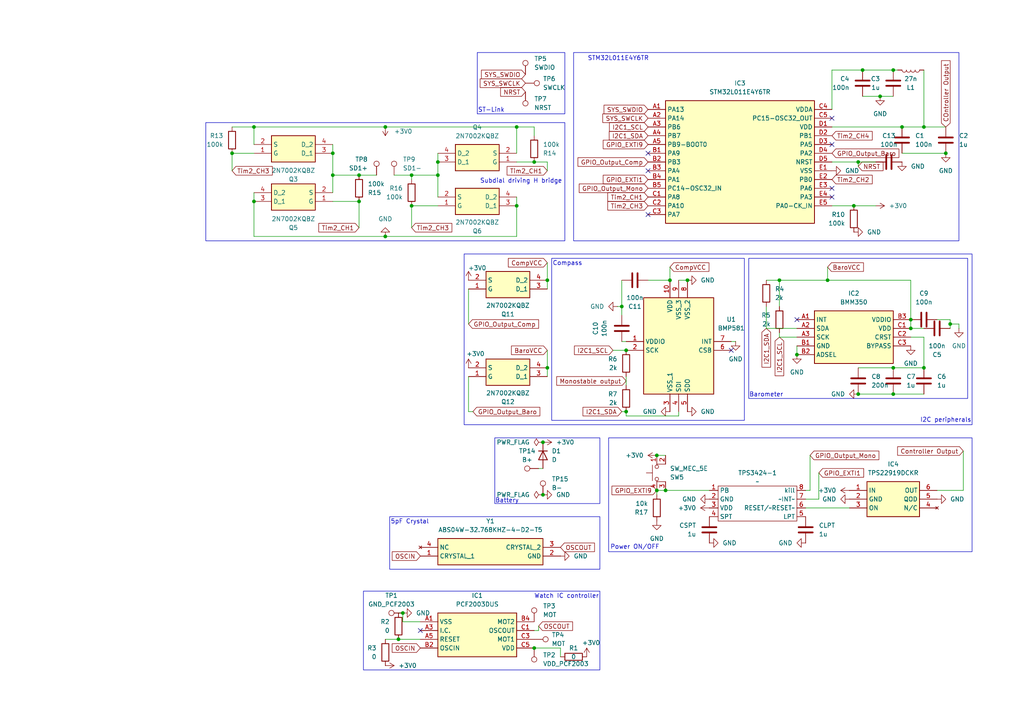
<source format=kicad_sch>
(kicad_sch (version 20250114) (generator "eeschema") (generator_version "9.0")
  (paper "A4")
  (rectangle (start 143.51 127) (end 173.99 146.05))
  (rectangle (start 176.53 127) (end 281.94 160.02))
  (rectangle (start 105.41 171.45) (end 173.99 194.31))
  (rectangle (start 160.02 74.93) (end 215.9 121.92))
  (rectangle (start 166.37 15.24) (end 278.13 69.85))
  (rectangle (start 134.62 73.66) (end 281.94 123.19))
  (rectangle (start 138.43 15.24) (end 163.83 33.02))
  (rectangle (start 59.69 35.56) (end 163.83 69.85))
  (rectangle (start 113.03 149.86) (end 173.99 165.1))
  (rectangle (start 217.17 74.93) (end 280.67 115.57))
  (text "5pF Crystal" (at 118.872 151.384 0) (effects (font (size 1.27 1.27))))
  (text "ST-Link" (at 142.494 32.004 0) (effects (font (size 1.27 1.27))))
  (text "Power ON/OFF" (at 184.15 158.75 0) (effects (font (size 1.27 1.27))))
  (text "Subdial driving H bridge" (at 151.13 52.578 0) (effects (font (size 1.27 1.27))))
  (text "Compass" (at 164.592 76.454 0) (effects (font (size 1.27 1.27))))
  (text "Watch IC controller" (at 164.338 172.974 0) (effects (font (size 1.27 1.27))))
  (text "I2C peripherals" (at 274.32 121.92 0) (effects (font (size 1.27 1.27))))
  (text "Barometer" (at 222.25 114.554 0) (effects (font (size 1.27 1.27))))
  (text "Battery" (at 147.066 145.288 0) (effects (font (size 1.27 1.27))))
  (text "STM32L011E4Y6TR" (at 179.324 17.018 0) (effects (font (size 1.27 1.27))))
  (junction (at 180.34 88.9))
  (junction (at 275.59 93.98))
  (junction (at 259.08 114.3))
  (junction (at 181.61 119.38))
  (junction (at 274.32 44.45))
  (junction (at 67.31 44.45))
  (junction (at 111.76 68.58))
  (junction (at 181.61 101.6))
  (junction (at 119.38 59.69))
  (junction (at 96.52 50.8))
  (junction (at 127 46.99))
  (junction (at 158.75 106.68))
  (junction (at 149.86 36.83))
  (junction (at 259.08 106.68))
  (junction (at 157.48 128.27))
  (junction (at 247.65 59.69))
  (junction (at 190.5 132.08))
  (junction (at 96.52 44.45))
  (junction (at 255.27 27.94))
  (junction (at 154.94 187.96))
  (junction (at 267.97 36.83))
  (junction (at 250.19 20.32))
  (junction (at 259.08 20.32))
  (junction (at 190.5 142.24))
  (junction (at 193.04 142.24))
  (junction (at 104.14 50.8))
  (junction (at 240.03 81.28))
  (junction (at 248.92 114.3))
  (junction (at 248.92 46.99))
  (junction (at 267.97 106.68))
  (junction (at 119.38 50.8))
  (junction (at 104.14 58.42))
  (junction (at 116.84 177.8))
  (junction (at 154.94 46.99))
  (junction (at 264.16 92.71))
  (junction (at 111.76 36.83))
  (junction (at 115.57 185.42))
  (junction (at 199.39 81.28))
  (junction (at 264.16 95.25))
  (junction (at 158.75 81.28))
  (junction (at 261.62 36.83))
  (junction (at 73.66 36.83))
  (junction (at 157.48 143.51))
  (junction (at 127 50.8))
  (junction (at 194.31 81.28))
  (junction (at 231.14 102.87))
  (junction (at 226.06 81.28))
  (junction (at 73.66 58.42))
  (junction (at 149.86 59.69))
  (no_connect (at 241.3 34.29))
  (no_connect (at 241.3 57.15))
  (no_connect (at 187.96 49.53))
  (no_connect (at 241.3 54.61))
  (no_connect (at 187.96 44.45))
  (no_connect (at 241.3 41.91))
  (no_connect (at 187.96 62.23))
  (no_connect (at 231.14 92.71))
  (no_connect (at 121.92 182.88))
  (no_connect (at 212.09 101.6))
  (wire (pts (xy 259.08 20.32) (xy 260.35 20.32)))
  (wire (pts (xy 222.25 88.9) (xy 222.25 95.25)))
  (wire (pts (xy 67.31 36.83) (xy 73.66 36.83)))
  (wire (pts (xy 264.16 81.28) (xy 264.16 92.71)))
  (wire (pts (xy 194.31 77.47) (xy 194.31 81.28)))
  (wire (pts (xy 196.85 81.28) (xy 199.39 81.28)))
  (wire (pts (xy 96.52 50.8) (xy 104.14 50.8)))
  (wire (pts (xy 149.86 36.83) (xy 149.86 44.45)))
  (wire (pts (xy 237.49 144.78) (xy 233.68 144.78)))
  (wire (pts (xy 222.25 81.28) (xy 226.06 81.28)))
  (wire (pts (xy 158.75 101.6) (xy 158.75 106.68)))
  (wire (pts (xy 259.08 114.3) (xy 267.97 114.3)))
  (wire (pts (xy 180.34 81.28) (xy 180.34 88.9)))
  (wire (pts (xy 127 50.8) (xy 127 57.15)))
  (wire (pts (xy 119.38 59.69) (xy 127 59.69)))
  (wire (pts (xy 96.52 41.91) (xy 96.52 44.45)))
  (wire (pts (xy 267.97 97.79) (xy 267.97 106.68)))
  (wire (pts (xy 154.94 46.99) (xy 158.75 46.99)))
  (wire (pts (xy 180.34 88.9) (xy 180.34 91.44)))
  (wire (pts (xy 196.85 119.38) (xy 196.85 120.65)))
  (wire (pts (xy 73.66 68.58) (xy 111.76 68.58)))
  (wire (pts (xy 255.27 27.94) (xy 250.19 27.94)))
  (wire (pts (xy 154.94 39.37) (xy 154.94 36.83)))
  (wire (pts (xy 267.97 36.83) (xy 274.32 36.83)))
  (wire (pts (xy 237.49 137.16) (xy 237.49 144.78)))
  (wire (pts (xy 226.06 97.79) (xy 231.14 97.79)))
  (wire (pts (xy 116.84 177.8) (xy 115.57 177.8)))
  (wire (pts (xy 193.04 142.24) (xy 205.74 142.24)))
  (wire (pts (xy 116.84 177.8) (xy 116.84 180.34)))
  (wire (pts (xy 73.66 36.83) (xy 111.76 36.83)))
  (wire (pts (xy 275.59 92.71) (xy 275.59 93.98)))
  (wire (pts (xy 149.86 46.99) (xy 154.94 46.99)))
  (wire (pts (xy 177.8 101.6) (xy 181.61 101.6)))
  (wire (pts (xy 181.61 120.65) (xy 181.61 119.38)))
  (wire (pts (xy 226.06 81.28) (xy 240.03 81.28)))
  (wire (pts (xy 181.61 109.22) (xy 181.61 111.76)))
  (wire (pts (xy 261.62 44.45) (xy 274.32 44.45)))
  (wire (pts (xy 231.14 100.33) (xy 231.14 102.87)))
  (wire (pts (xy 187.96 81.28) (xy 194.31 81.28)))
  (wire (pts (xy 254 46.99) (xy 248.92 46.99)))
  (wire (pts (xy 240.03 77.47) (xy 240.03 81.28)))
  (wire (pts (xy 190.5 143.51) (xy 190.5 142.24)))
  (wire (pts (xy 156.21 135.89) (xy 157.48 135.89)))
  (wire (pts (xy 162.56 190.5) (xy 162.56 187.96)))
  (wire (pts (xy 213.36 99.06) (xy 212.09 99.06)))
  (wire (pts (xy 109.22 50.8) (xy 104.14 50.8)))
  (wire (pts (xy 259.08 20.32) (xy 250.19 20.32)))
  (wire (pts (xy 259.08 106.68) (xy 267.97 106.68)))
  (wire (pts (xy 234.95 142.24) (xy 233.68 142.24)))
  (wire (pts (xy 247.65 59.69) (xy 254 59.69)))
  (wire (pts (xy 135.89 119.38) (xy 135.89 109.22)))
  (wire (pts (xy 116.84 180.34) (xy 121.92 180.34)))
  (wire (pts (xy 162.56 187.96) (xy 154.94 187.96)))
  (wire (pts (xy 96.52 58.42) (xy 104.14 58.42)))
  (wire (pts (xy 248.92 106.68) (xy 259.08 106.68)))
  (wire (pts (xy 104.14 58.42) (xy 104.14 66.04)))
  (wire (pts (xy 114.3 50.8) (xy 119.38 50.8)))
  (wire (pts (xy 156.21 182.88) (xy 154.94 182.88)))
  (wire (pts (xy 222.25 95.25) (xy 231.14 95.25)))
  (wire (pts (xy 135.89 83.82) (xy 135.89 93.98)))
  (wire (pts (xy 127 46.99) (xy 127 50.8)))
  (wire (pts (xy 240.03 81.28) (xy 264.16 81.28)))
  (wire (pts (xy 158.75 106.68) (xy 158.75 109.22)))
  (wire (pts (xy 180.34 119.38) (xy 181.61 119.38)))
  (wire (pts (xy 248.92 114.3) (xy 259.08 114.3)))
  (wire (pts (xy 278.13 93.98) (xy 275.59 93.98)))
  (wire (pts (xy 255.27 27.94) (xy 259.08 27.94)))
  (wire (pts (xy 154.94 36.83) (xy 149.86 36.83)))
  (wire (pts (xy 279.4 130.81) (xy 279.4 142.24)))
  (wire (pts (xy 261.62 36.83) (xy 241.3 36.83)))
  (wire (pts (xy 156.21 181.61) (xy 156.21 182.88)))
  (wire (pts (xy 149.86 59.69) (xy 149.86 68.58)))
  (wire (pts (xy 278.13 95.25) (xy 278.13 93.98)))
  (wire (pts (xy 196.85 120.65) (xy 181.61 120.65)))
  (wire (pts (xy 111.76 185.42) (xy 115.57 185.42)))
  (wire (pts (xy 226.06 88.9) (xy 226.06 81.28)))
  (wire (pts (xy 241.3 20.32) (xy 241.3 31.75)))
  (wire (pts (xy 241.3 20.32) (xy 250.19 20.32)))
  (wire (pts (xy 127 44.45) (xy 127 46.99)))
  (wire (pts (xy 233.68 147.32) (xy 246.38 147.32)))
  (wire (pts (xy 115.57 185.42) (xy 121.92 185.42)))
  (wire (pts (xy 275.59 93.98) (xy 275.59 95.25)))
  (wire (pts (xy 67.31 44.45) (xy 73.66 44.45)))
  (wire (pts (xy 73.66 58.42) (xy 73.66 68.58)))
  (wire (pts (xy 271.78 92.71) (xy 275.59 92.71)))
  (wire (pts (xy 73.66 36.83) (xy 73.66 41.91)))
  (wire (pts (xy 267.97 20.32) (xy 267.97 36.83)))
  (wire (pts (xy 190.5 142.24) (xy 193.04 142.24)))
  (wire (pts (xy 73.66 55.88) (xy 73.66 58.42)))
  (wire (pts (xy 119.38 59.69) (xy 119.38 66.04)))
  (wire (pts (xy 264.16 92.71) (xy 264.16 95.25)))
  (wire (pts (xy 67.31 44.45) (xy 67.31 49.53)))
  (wire (pts (xy 261.62 36.83) (xy 267.97 36.83)))
  (wire (pts (xy 226.06 96.52) (xy 226.06 97.79)))
  (wire (pts (xy 279.4 142.24) (xy 271.78 142.24)))
  (wire (pts (xy 119.38 50.8) (xy 119.38 52.07)))
  (wire (pts (xy 158.75 76.2) (xy 158.75 81.28)))
  (wire (pts (xy 111.76 68.58) (xy 149.86 68.58)))
  (wire (pts (xy 248.92 48.26) (xy 248.92 46.99)))
  (wire (pts (xy 158.75 81.28) (xy 158.75 83.82)))
  (wire (pts (xy 264.16 97.79) (xy 267.97 97.79)))
  (wire (pts (xy 158.75 49.53) (xy 158.75 46.99)))
  (wire (pts (xy 180.34 99.06) (xy 181.61 99.06)))
  (wire (pts (xy 111.76 36.83) (xy 149.86 36.83)))
  (wire (pts (xy 241.3 46.99) (xy 248.92 46.99)))
  (wire (pts (xy 96.52 44.45) (xy 96.52 50.8)))
  (wire (pts (xy 119.38 50.8) (xy 127 50.8)))
  (wire (pts (xy 179.07 88.9) (xy 180.34 88.9)))
  (wire (pts (xy 264.16 95.25) (xy 267.97 95.25)))
  (wire (pts (xy 234.95 132.08) (xy 234.95 142.24)))
  (wire (pts (xy 190.5 132.08) (xy 193.04 132.08)))
  (wire (pts (xy 137.16 119.38) (xy 135.89 119.38)))
  (wire (pts (xy 241.3 59.69) (xy 247.65 59.69)))
  (wire (pts (xy 96.52 50.8) (xy 96.52 55.88)))
  (wire (pts (xy 149.86 57.15) (xy 149.86 59.69)))
  (global_label "BaroVCC" (shape input) (at 158.75 101.6 180) (property "Intersheetrefs" "${INTERSHEET_REFS}" (effects (hide yes))))
  (global_label "GPIO_Output_Mono" (shape input) (at 187.96 54.61 180) (property "Intersheetrefs" "${INTERSHEET_REFS}" (effects (hide yes))))
  (global_label "Tim2_CH3" (shape input) (at 187.96 59.69 180) (property "Intersheetrefs" "${INTERSHEET_REFS}" (effects (hide yes))))
  (global_label "NRST" (shape input) (at 248.92 48.26 0) (property "Intersheetrefs" "${INTERSHEET_REFS}" (effects (hide yes))))
  (global_label "Tim2_CH1" (shape input) (at 187.96 57.15 180) (property "Intersheetrefs" "${INTERSHEET_REFS}" (effects (hide yes))))
  (global_label "Tim2_CH3" (shape input) (at 67.31 49.53 0) (property "Intersheetrefs" "${INTERSHEET_REFS}" (effects (hide yes))))
  (global_label "I2C1_SCL" (shape input) (at 177.8 101.6 180) (property "Intersheetrefs" "${INTERSHEET_REFS}" (effects (hide yes))))
  (global_label "GPIO_EXTI9" (shape input) (at 190.5 142.24 180) (property "Intersheetrefs" "${INTERSHEET_REFS}" (effects (hide yes))))
  (global_label "GPIO_Output_Baro" (shape input) (at 241.3 44.45 0) (property "Intersheetrefs" "${INTERSHEET_REFS}" (effects (hide yes))))
  (global_label "GPIO_Output_Mono" (shape input) (at 234.95 132.08 0) (property "Intersheetrefs" "${INTERSHEET_REFS}" (effects (hide yes))))
  (global_label "CompVCC" (shape input) (at 194.31 77.47 0) (property "Intersheetrefs" "${INTERSHEET_REFS}" (effects (hide yes))))
  (global_label "NRST" (shape input) (at 152.4 26.67 180) (property "Intersheetrefs" "${INTERSHEET_REFS}" (effects (hide yes))))
  (global_label "SYS_SWCLK" (shape input) (at 152.4 24.13 180) (property "Intersheetrefs" "${INTERSHEET_REFS}" (effects (hide yes))))
  (global_label "Monostable output" (shape input) (at 181.61 110.49 180) (property "Intersheetrefs" "${INTERSHEET_REFS}" (effects (hide yes))))
  (global_label "GPIO_EXTI1" (shape input) (at 237.49 137.16 0) (property "Intersheetrefs" "${INTERSHEET_REFS}" (effects (hide yes))))
  (global_label "I2C1_SDA" (shape input) (at 187.96 39.37 180) (property "Intersheetrefs" "${INTERSHEET_REFS}" (effects (hide yes))))
  (global_label "Controller Output" (shape input) (at 279.4 130.81 180) (property "Intersheetrefs" "${INTERSHEET_REFS}" (effects (hide yes))))
  (global_label "I2C1_SDA" (shape input) (at 222.25 95.25 270) (property "Intersheetrefs" "${INTERSHEET_REFS}" (effects (hide yes))))
  (global_label "I2C1_SDA" (shape input) (at 180.34 119.38 180) (property "Intersheetrefs" "${INTERSHEET_REFS}" (effects (hide yes))))
  (global_label "CompVCC" (shape input) (at 158.75 76.2 180) (property "Intersheetrefs" "${INTERSHEET_REFS}" (effects (hide yes))))
  (global_label "GPIO_EXTI1" (shape input) (at 187.96 52.07 180) (property "Intersheetrefs" "${INTERSHEET_REFS}" (effects (hide yes))))
  (global_label "OSCOUT" (shape input) (at 156.21 181.61 0) (property "Intersheetrefs" "${INTERSHEET_REFS}" (effects (hide yes))))
  (global_label "GPIO_Output_Baro" (shape input) (at 137.16 119.38 0) (property "Intersheetrefs" "${INTERSHEET_REFS}" (effects (hide yes))))
  (global_label "COntroller Output" (shape input) (at 274.32 36.83 90) (property "Intersheetrefs" "${INTERSHEET_REFS}" (effects (hide yes))))
  (global_label "BaroVCC" (shape input) (at 240.03 77.47 0) (property "Intersheetrefs" "${INTERSHEET_REFS}" (effects (hide yes))))
  (global_label "OSCIN" (shape input) (at 121.92 187.96 180) (property "Intersheetrefs" "${INTERSHEET_REFS}" (effects (hide yes))))
  (global_label "GPIO_EXTI9" (shape input) (at 187.96 41.91 180) (property "Intersheetrefs" "${INTERSHEET_REFS}" (effects (hide yes))))
  (global_label "SYS_SWCLK" (shape input) (at 187.96 34.29 180) (property "Intersheetrefs" "${INTERSHEET_REFS}" (effects (hide yes))))
  (global_label "Tim2_CH1" (shape input) (at 158.75 49.53 180) (property "Intersheetrefs" "${INTERSHEET_REFS}" (effects (hide yes))))
  (global_label "OSCIN" (shape input) (at 121.92 161.29 180) (property "Intersheetrefs" "${INTERSHEET_REFS}" (effects (hide yes))))
  (global_label "SYS_SWDIO" (shape input) (at 152.4 21.59 180) (property "Intersheetrefs" "${INTERSHEET_REFS}" (effects (hide yes))))
  (global_label "Tim2_CH2" (shape input) (at 241.3 52.07 0) (property "Intersheetrefs" "${INTERSHEET_REFS}" (effects (hide yes))))
  (global_label "GPIO_Output_Comp" (shape input) (at 135.89 93.98 0) (property "Intersheetrefs" "${INTERSHEET_REFS}" (effects (hide yes))))
  (global_label "Tim2_CH4" (shape input) (at 241.3 39.37 0) (property "Intersheetrefs" "${INTERSHEET_REFS}" (effects (hide yes))))
  (global_label "SYS_SWDIO" (shape input) (at 187.96 31.75 180) (property "Intersheetrefs" "${INTERSHEET_REFS}" (effects (hide yes))))
  (global_label "OSCOUT" (shape input) (at 162.56 158.75 0) (property "Intersheetrefs" "${INTERSHEET_REFS}" (effects (hide yes))))
  (global_label "GPIO_Output_Comp" (shape input) (at 187.96 46.99 180) (property "Intersheetrefs" "${INTERSHEET_REFS}" (effects (hide yes))))
  (global_label "I2C1_SCL" (shape input) (at 226.06 97.79 270) (property "Intersheetrefs" "${INTERSHEET_REFS}" (effects (hide yes))))
  (global_label "I2C1_SCL" (shape input) (at 187.96 36.83 180) (property "Intersheetrefs" "${INTERSHEET_REFS}" (effects (hide yes))))
  (global_label "Tim2_CH1" (shape input) (at 104.14 66.04 180) (property "Intersheetrefs" "${INTERSHEET_REFS}" (effects (hide yes))))
  (global_label "Tim2_CH3" (shape input) (at 119.38 66.04 0) (property "Intersheetrefs" "${INTERSHEET_REFS}" (effects (hide yes))))
  (symbol (lib_id "SamacSys_Parts:2N7002KQBZ") (at 149.86 46.99 180) (unit 1)
    (property "Reference" "Q4" (at 138.43 36.9058 0))
    (property "Value" "2N7002KQBZ" (at 138.43 39.4458 0))
    (property "Footprint" "SamacSys_Parts:2N7002KQBZ" (effects (hide yes)))
    (property "Datasheet" "https://assets.nexperia.com/documents/data-sheet/2N7002KQB.pdf" (effects (hide yes)))
    (property "Description" "N-Channel 60 V 720mA (Ta) 420mW (Ta), 4.2W (Tc) Surface Mount, Wettable Flank DFN1110D-3" (effects (hide yes)))
    (property "Height" "0.5" (effects (hide yes)))
    (property "Manufacturer_Name" "Nexperia" (effects (hide yes)))
    (property "Manufacturer_Part_Number" "2N7002KQBZ" (effects (hide yes)))
    (property "Mouser Part Number" "771-2N7002KQBZ" (effects (hide yes)))
    (property "Mouser Price/Stock" "https://www.mouser.co.uk/ProductDetail/Nexperia/2N7002KQBZ?qs=A6eO%252BMLsxmQEVgBEiM5VjQ%3D%3D" (effects (hide yes)))
    (property "Arrow Part Number" "2N7002KQBZ" (effects (hide yes)))
    (property "Arrow Price/Stock" "https://www.arrow.com/en/products/2n7002kqbz/nexperia?utm_currency=USD&region=nac" (effects (hide yes)))
  )
  (symbol (lib_id "power:+3V0") (at 254 59.69 270) (unit 1)
    (property "Reference" "#PWRr01" (effects (hide yes)))
    (property "Value" "+3V0" (at 257.81 59.6899 90) (effects (justify left)))
    (property "Description" "Power symbol creates a global label with name \"+3V0\"" (effects (hide yes)))
  )
  (symbol (lib_id "Device:C") (at 180.34 95.25 0) (mirror y) (unit 1)
    (property "Reference" "C10" (at 172.72 95.25 90))
    (property "Value" "100n" (at 175.26 95.25 90))
    (property "Footprint" "Capacitor_SMD:C_0201_0603Metric" (effects (hide yes)))
    (property "Description" "Unpolarized capacitor" (effects (hide yes)))
  )
  (symbol (lib_id "Connector:TestPoint") (at 154.94 180.34 0) (unit 1)
    (property "Reference" "TP3" (at 157.48 175.7679 0) (effects (justify left)))
    (property "Value" "MOT" (at 157.48 178.3079 0) (effects (justify left)))
    (property "Footprint" "TestPoint:TestPoint_Pad_D1.0mm" (effects (hide yes)))
    (property "Description" "test point" (effects (hide yes)))
  )
  (symbol (lib_id "power:GND") (at 231.14 102.87 0) (unit 1)
    (property "Reference" "#PWR012" (effects (hide yes)))
    (property "Value" "GND" (at 231.14 107.95 0))
    (property "Description" "Power symbol creates a global label with name \"GND\" , ground" (effects (hide yes)))
  )
  (symbol (lib_id "SamacSys_Parts:2N7002KQBZ") (at 73.66 44.45 0) (mirror x) (unit 1)
    (property "Reference" "Q3" (at 85.09 51.9942 0))
    (property "Value" "2N7002KQBZ" (at 85.09 49.4542 0))
    (property "Footprint" "SamacSys_Parts:2N7002KQBZ" (effects (hide yes)))
    (property "Datasheet" "https://assets.nexperia.com/documents/data-sheet/2N7002KQB.pdf" (effects (hide yes)))
    (property "Description" "N-Channel 60 V 720mA (Ta) 420mW (Ta), 4.2W (Tc) Surface Mount, Wettable Flank DFN1110D-3" (effects (hide yes)))
    (property "Height" "0.5" (effects (hide yes)))
    (property "Manufacturer_Name" "Nexperia" (effects (hide yes)))
    (property "Manufacturer_Part_Number" "2N7002KQBZ" (effects (hide yes)))
    (property "Mouser Part Number" "771-2N7002KQBZ" (effects (hide yes)))
    (property "Mouser Price/Stock" "https://www.mouser.co.uk/ProductDetail/Nexperia/2N7002KQBZ?qs=A6eO%252BMLsxmQEVgBEiM5VjQ%3D%3D" (effects (hide yes)))
    (property "Arrow Part Number" "2N7002KQBZ" (effects (hide yes)))
    (property "Arrow Price/Stock" "https://www.arrow.com/en/products/2n7002kqbz/nexperia?utm_currency=USD&region=nac" (effects (hide yes)))
  )
  (symbol (lib_id "SamacSys_Parts:ABS04W-32.768KHZ-4-D2-T5") (at 121.92 158.75 0) (unit 1)
    (property "Reference" "Y1" (at 142.24 151.13 0))
    (property "Value" "ABS04W-32.768KHZ-4-D2-T5" (at 142.24 153.67 0))
    (property "Footprint" "SamacSys_Parts:ABS04W32768KHZ4D2T5" (effects (hide yes)))
    (property "Datasheet" "https://abracon.com/datasheets/ABS04W.pdf" (effects (hide yes)))
    (property "Description" "Crystal 0.032768MHz +/-20ppm (Tol) -200ppm/1ppm (Stability) 4pF Flexural 130000Ohm 4-Pin SMD T/R" (effects (hide yes)))
    (property "Height" "0.35" (effects (hide yes)))
    (property "Manufacturer_Name" "ABRACON" (effects (hide yes)))
    (property "Manufacturer_Part_Number" "ABS04W-32.768KHZ-4-D2-T5" (effects (hide yes)))
    (property "Mouser Part Number" "815-04W-32.768-4-D2T" (effects (hide yes)))
    (property "Mouser Price/Stock" "https://www.mouser.co.uk/ProductDetail/ABRACON/ABS04W-32.768KHZ-4-D2-T5?qs=lc2O%252BfHJPVa9WwbF9GQirQ%3D%3D" (effects (hide yes)))
    (property "Arrow Part Number" "ABS04W-32.768KHZ-4-D2-T5" (effects (hide yes)))
    (property "Arrow Price/Stock" "https://www.arrow.com/en/products/abs04w-32.768khz-4-d2-t5/abracon?region=nac" (effects (hide yes)))
  )
  (symbol (lib_id "power:+3V0") (at 170.18 190.5 0) (unit 1)
    (property "Reference" "#PWR014" (effects (hide yes)))
    (property "Value" "+3V0" (at 171.45 186.436 0))
    (property "Description" "Power symbol creates a global label with name \"+3V0\"" (effects (hide yes)))
  )
  (symbol (lib_id "Device:C") (at 261.62 40.64 180) (unit 1)
    (property "Reference" "C1" (at 265.43 39.3699 0) (effects (justify right)))
    (property "Value" "100n" (at 265.43 41.9099 0) (effects (justify right)))
    (property "Footprint" "Capacitor_SMD:C_0201_0603Metric" (effects (hide yes)))
    (property "Description" "Unpolarized capacitor" (effects (hide yes)))
  )
  (symbol (lib_id "SamacSys_Parts:TPS22919DCKR") (at 246.38 142.24 0) (unit 1)
    (property "Reference" "IC4" (at 259.08 134.62 0))
    (property "Value" "TPS22919DCKR" (at 259.08 137.16 0))
    (property "Footprint" "SOT65P210X110-6N" (effects (hide yes)))
    (property "Datasheet" "http://www.ti.com/lit/ds/symlink/tps22919.pdf" (effects (hide yes)))
    (property "Description" "5.5V, 1.5A, 90m self-protected load switch with controlled rise time" (effects (hide yes)))
    (property "Height" "1.1" (effects (hide yes)))
    (property "Manufacturer_Name" "Texas Instruments" (effects (hide yes)))
    (property "Manufacturer_Part_Number" "TPS22919DCKR" (effects (hide yes)))
    (property "Mouser Part Number" "595-TPS22919DCKR" (effects (hide yes)))
    (property "Mouser Price/Stock" "https://www.mouser.co.uk/ProductDetail/Texas-Instruments/TPS22919DCKR?qs=byeeYqUIh0P8WJZpeizUqw%3D%3D" (effects (hide yes)))
    (property "Arrow Part Number" "TPS22919DCKR" (effects (hide yes)))
    (property "Arrow Price/Stock" "https://www.arrow.com/en/products/tps22919dckr/texas-instruments?utm_currency=USD&region=europe" (effects (hide yes)))
  )
  (symbol (lib_id "power:PWR_FLAG") (at 157.48 143.51 90) (unit 1)
    (property "Reference" "#FLG03" (effects (hide yes)))
    (property "Value" "PWR_FLAG" (at 153.67 143.5099 90) (effects (justify left)))
    (property "Description" "Special symbol for telling ERC where power comes from" (effects (hide yes)))
  )
  (symbol (lib_id "Device:C") (at 184.15 81.28 90) (mirror x) (unit 1)
    (property "Reference" "C11" (at 184.15 88.9 90))
    (property "Value" "100n" (at 184.15 86.36 90))
    (property "Footprint" "Capacitor_SMD:C_0201_0603Metric" (effects (hide yes)))
    (property "Description" "Unpolarized capacitor" (effects (hide yes)))
  )
  (symbol (lib_id "power:GND") (at 162.56 161.29 90) (unit 1)
    (property "Reference" "#PWR03" (effects (hide yes)))
    (property "Value" "GND" (at 166.37 161.2899 90) (effects (justify right)))
    (property "Description" "Power symbol creates a global label with name \"GND\" , ground" (effects (hide yes)))
  )
  (symbol (lib_id "Connector:TestPoint") (at 154.94 185.42 270) (unit 1)
    (property "Reference" "TP4" (at 160.02 184.1499 90) (effects (justify left)))
    (property "Value" "MOT" (at 160.02 186.6899 90) (effects (justify left)))
    (property "Footprint" "TestPoint:TestPoint_Pad_D1.0mm" (effects (hide yes)))
    (property "Description" "test point" (effects (hide yes)))
  )
  (symbol (lib_id "power:GND") (at 246.38 144.78 270) (unit 1)
    (property "Reference" "#PWR023" (effects (hide yes)))
    (property "Value" "GND" (at 242.57 144.7799 90) (effects (justify right)))
    (property "Description" "Power symbol creates a global label with name \"GND\" , ground" (effects (hide yes)))
  )
  (symbol (lib_id "Device:C") (at 248.92 110.49 0) (unit 1)
    (property "Reference" "C8" (at 252.73 109.2199 0) (effects (justify left)))
    (property "Value" "200n" (at 252.73 111.7599 0) (effects (justify left)))
    (property "Footprint" "Capacitor_SMD:C_0201_0603Metric" (effects (hide yes)))
    (property "Description" "Unpolarized capacitor" (effects (hide yes)))
  )
  (symbol (lib_id "Device:C") (at 250.19 24.13 0) (mirror x) (unit 1)
    (property "Reference" "C4" (at 246.38 22.8599 0) (effects (justify right)))
    (property "Value" "100n" (at 246.38 25.3999 0) (effects (justify right)))
    (property "Footprint" "Capacitor_SMD:C_0201_0603Metric" (effects (hide yes)))
    (property "Description" "Unpolarized capacitor" (effects (hide yes)))
  )
  (symbol (lib_id "SamacSys_Parts:2N7002KQBZ") (at 135.89 109.22 0) (mirror x) (unit 1)
    (property "Reference" "Q12" (at 147.32 116.5443 0))
    (property "Value" "2N7002KQBZ" (at 147.32 114.0043 0))
    (property "Footprint" "SamacSys_Parts:2N7002KQBZ" (effects (hide yes)))
    (property "Datasheet" "https://assets.nexperia.com/documents/data-sheet/2N7002KQB.pdf" (effects (hide yes)))
    (property "Description" "N-Channel 60 V 720mA (Ta) 420mW (Ta), 4.2W (Tc) Surface Mount, Wettable Flank DFN1110D-3" (effects (hide yes)))
    (property "Height" "0.5" (effects (hide yes)))
    (property "Manufacturer_Name" "Nexperia" (effects (hide yes)))
    (property "Manufacturer_Part_Number" "2N7002KQBZ" (effects (hide yes)))
    (property "Mouser Part Number" "771-2N7002KQBZ" (effects (hide yes)))
    (property "Mouser Price/Stock" "https://www.mouser.co.uk/ProductDetail/Nexperia/2N7002KQBZ?qs=A6eO%252BMLsxmQEVgBEiM5VjQ%3D%3D" (effects (hide yes)))
    (property "Arrow Part Number" "2N7002KQBZ" (effects (hide yes)))
    (property "Arrow Price/Stock" "https://www.arrow.com/en/products/2n7002kqbz/nexperia?utm_currency=USD&region=nac" (effects (hide yes)))
  )
  (symbol (lib_id "Device:C") (at 267.97 110.49 0) (unit 1)
    (property "Reference" "C6" (at 271.78 109.2199 0) (effects (justify left)))
    (property "Value" "1u" (at 271.78 111.7599 0) (effects (justify left)))
    (property "Footprint" "Capacitor_SMD:C_0201_0603Metric" (effects (hide yes)))
    (property "Description" "Unpolarized capacitor" (effects (hide yes)))
  )
  (symbol (lib_id "power:GND") (at 205.74 157.48 90) (unit 1)
    (property "Reference" "#PWR024" (effects (hide yes)))
    (property "Value" "GND" (at 209.55 157.4799 90) (effects (justify right)))
    (property "Description" "Power symbol creates a global label with name \"GND\" , ground" (effects (hide yes)))
  )
  (symbol (lib_id "power:GND") (at 247.65 67.31 90) (mirror x) (unit 1)
    (property "Reference" "#PWR011" (effects (hide yes)))
    (property "Value" "GND" (at 251.46 67.3099 90) (effects (justify right)))
    (property "Description" "Power symbol creates a global label with name \"GND\" , ground" (effects (hide yes)))
  )
  (symbol (lib_id "power:GND") (at 116.84 177.8 90) (unit 1)
    (property "Reference" "#PWR010" (effects (hide yes)))
    (property "Value" "GND" (at 120.65 177.7999 90) (effects (justify right)))
    (property "Description" "Power symbol creates a global label with name \"GND\" , ground" (effects (hide yes)))
  )
  (symbol (lib_id "Connector:TestPoint") (at 152.4 21.59 0) (unit 1)
    (property "Reference" "TP5" (at 154.94 17.0179 0) (effects (justify left)))
    (property "Value" "SWDIO" (at 154.94 19.5579 0) (effects (justify left)))
    (property "Footprint" "TestPoint:TestPoint_Pad_D1.0mm" (effects (hide yes)))
    (property "Description" "test point" (effects (hide yes)))
  )
  (symbol (lib_id "SamacSys_Parts:2N7002KQBZ") (at 127 59.69 0) (mirror x) (unit 1)
    (property "Reference" "Q6" (at 138.43 67.0143 0))
    (property "Value" "2N7002KQBZ" (at 138.43 64.4743 0))
    (property "Footprint" "SamacSys_Parts:2N7002KQBZ" (effects (hide yes)))
    (property "Datasheet" "https://assets.nexperia.com/documents/data-sheet/2N7002KQB.pdf" (effects (hide yes)))
    (property "Description" "N-Channel 60 V 720mA (Ta) 420mW (Ta), 4.2W (Tc) Surface Mount, Wettable Flank DFN1110D-3" (effects (hide yes)))
    (property "Height" "0.5" (effects (hide yes)))
    (property "Manufacturer_Name" "Nexperia" (effects (hide yes)))
    (property "Manufacturer_Part_Number" "2N7002KQBZ" (effects (hide yes)))
    (property "Mouser Part Number" "771-2N7002KQBZ" (effects (hide yes)))
    (property "Mouser Price/Stock" "https://www.mouser.co.uk/ProductDetail/Nexperia/2N7002KQBZ?qs=A6eO%252BMLsxmQEVgBEiM5VjQ%3D%3D" (effects (hide yes)))
    (property "Arrow Part Number" "2N7002KQBZ" (effects (hide yes)))
    (property "Arrow Price/Stock" "https://www.arrow.com/en/products/2n7002kqbz/nexperia?utm_currency=USD&region=nac" (effects (hide yes)))
  )
  (symbol (lib_id "Connector:TestPoint") (at 109.22 50.8 0) (mirror y) (unit 1)
    (property "Reference" "TP8" (at 106.68 46.2279 0) (effects (justify left)))
    (property "Value" "SD1+" (at 106.68 48.7679 0) (effects (justify left)))
    (property "Footprint" "TestPoint:TestPoint_Pad_D1.0mm" (effects (hide yes)))
    (property "Description" "test point" (effects (hide yes)))
  )
  (symbol (lib_id "Switch:SW_MEC_5E") (at 193.04 137.16 90) (mirror x) (unit 1)
    (property "Reference" "SW5" (at 194.31 138.4301 90) (effects (justify right)))
    (property "Value" "SW_MEC_5E" (at 194.31 135.8901 90) (effects (justify right)))
    (property "Footprint" "SamacSys_Parts:Wurth side button 434331013822" (effects (hide yes)))
    (property "Datasheet" "http://www.apem.com/int/index.php?controller=attachment&id_attachment=1371" (effects (hide yes)))
    (property "Description" "MEC 5E single pole normally-open tactile switch" (effects (hide yes)))
  )
  (symbol (lib_id "Device:L") (at 264.16 20.32 270) (unit 1)
    (property "Reference" "L1" (at 264.16 25.4 90))
    (property "Value" "27n" (at 264.16 22.86 90))
    (property "Footprint" "Inductor_SMD:L_0201_0603Metric" (effects (hide yes)))
    (property "Description" "Inductor" (effects (hide yes)))
  )
  (symbol (lib_id "power:GND") (at 248.92 114.3 270) (unit 1)
    (property "Reference" "#PWR07" (effects (hide yes)))
    (property "Value" "GND" (at 245.11 114.2999 90) (effects (justify right)))
    (property "Description" "Power symbol creates a global label with name \"GND\" , ground" (effects (hide yes)))
  )
  (symbol (lib_id "Connector:TestPoint") (at 116.84 177.8 90) (unit 1)
    (property "Reference" "TP1" (at 113.538 172.72 90))
    (property "Value" "GND_PCF2003" (at 113.538 175.26 90))
    (property "Footprint" "TestPoint:TestPoint_Pad_D1.0mm" (effects (hide yes)))
    (property "Description" "test point" (effects (hide yes)))
  )
  (symbol (lib_id "power:+3V0") (at 111.76 193.04 270) (unit 1)
    (property "Reference" "#PWR015" (effects (hide yes)))
    (property "Value" "+3V0" (at 115.57 193.0399 90) (effects (justify left)))
    (property "Description" "Power symbol creates a global label with name \"+3V0\"" (effects (hide yes)))
  )
  (symbol (lib_id "power:GND") (at 190.5 151.13 0) (unit 1)
    (property "Reference" "#PWR027" (effects (hide yes)))
    (property "Value" "GND" (at 190.5 156.21 0))
    (property "Description" "Power symbol creates a global label with name \"GND\" , ground" (effects (hide yes)))
  )
  (symbol (lib_id "SamacSys_Parts:2N7002KQBZ") (at 96.52 58.42 180) (unit 1)
    (property "Reference" "Q5" (at 85.09 66.0388 0))
    (property "Value" "2N7002KQBZ" (at 85.09 63.4988 0))
    (property "Footprint" "SamacSys_Parts:2N7002KQBZ" (effects (hide yes)))
    (property "Datasheet" "https://assets.nexperia.com/documents/data-sheet/2N7002KQB.pdf" (effects (hide yes)))
    (property "Description" "N-Channel 60 V 720mA (Ta) 420mW (Ta), 4.2W (Tc) Surface Mount, Wettable Flank DFN1110D-3" (effects (hide yes)))
    (property "Height" "0.5" (effects (hide yes)))
    (property "Manufacturer_Name" "Nexperia" (effects (hide yes)))
    (property "Manufacturer_Part_Number" "2N7002KQBZ" (effects (hide yes)))
    (property "Mouser Part Number" "771-2N7002KQBZ" (effects (hide yes)))
    (property "Mouser Price/Stock" "https://www.mouser.co.uk/ProductDetail/Nexperia/2N7002KQBZ?qs=A6eO%252BMLsxmQEVgBEiM5VjQ%3D%3D" (effects (hide yes)))
    (property "Arrow Part Number" "2N7002KQBZ" (effects (hide yes)))
    (property "Arrow Price/Stock" "https://www.arrow.com/en/products/2n7002kqbz/nexperia?utm_currency=USD&region=nac" (effects (hide yes)))
  )
  (symbol (lib_id "power:+3V0") (at 111.76 36.83 180) (unit 1)
    (property "Reference" "#PWRr0103" (effects (hide yes)))
    (property "Value" "+3V0" (at 114.3 38.0999 0) (effects (justify right)))
    (property "Description" "Power symbol creates a global label with name \"+3V0\"" (effects (hide yes)))
  )
  (symbol (lib_id "power:GND") (at 271.78 144.78 90) (unit 1)
    (property "Reference" "#PWR026" (effects (hide yes)))
    (property "Value" "GND" (at 275.59 144.7801 90) (effects (justify right)))
    (property "Description" "Power symbol creates a global label with name \"GND\" , ground" (effects (hide yes)))
  )
  (symbol (lib_id "power:+3V0") (at 190.5 132.08 90) (unit 1)
    (property "Reference" "#PWRr0108" (effects (hide yes)))
    (property "Value" "+3V0" (at 186.69 132.0799 90) (effects (justify left)))
    (property "Description" "Power symbol creates a global label with name \"+3V0\"" (effects (hide yes)))
  )
  (symbol (lib_id "power:GND") (at 199.39 119.38 90) (unit 1)
    (property "Reference" "#PWR017" (effects (hide yes)))
    (property "Value" "GND" (at 203.2 119.3799 90) (effects (justify right)))
    (property "Description" "Power symbol creates a global label with name \"GND\" , ground" (effects (hide yes)))
  )
  (symbol (lib_id "Device:R") (at 104.14 54.61 0) (mirror x) (unit 1)
    (property "Reference" "R15" (at 106.68 55.8801 0) (effects (justify left)))
    (property "Value" "100k" (at 106.68 53.3401 0) (effects (justify left)))
    (property "Footprint" "Resistor_SMD:R_0201_0603Metric" (effects (hide yes)))
    (property "Description" "Resistor" (effects (hide yes)))
  )
  (symbol (lib_id "power:+3V0") (at 246.38 142.24 90) (unit 1)
    (property "Reference" "#PWRr0107" (effects (hide yes)))
    (property "Value" "+3V0" (at 242.57 142.2399 90) (effects (justify left)))
    (property "Description" "Power symbol creates a global label with name \"+3V0\"" (effects (hide yes)))
  )
  (symbol (lib_id "Device:C") (at 205.74 153.67 0) (mirror x) (unit 1)
    (property "Reference" "CSPT" (at 201.93 152.3999 0) (effects (justify right)))
    (property "Value" "1u" (at 201.93 154.9399 0) (effects (justify right)))
    (property "Footprint" "Capacitor_SMD:C_0201_0603Metric" (effects (hide yes)))
    (property "Description" "Unpolarized capacitor" (effects (hide yes)))
  )
  (symbol (lib_id "power:GND") (at 199.39 81.28 90) (unit 1)
    (property "Reference" "#PWR013" (effects (hide yes)))
    (property "Value" "GND" (at 203.2 81.2799 90) (effects (justify right)))
    (property "Description" "Power symbol creates a global label with name \"GND\" , ground" (effects (hide yes)))
  )
  (symbol (lib_id "power:+3V0") (at 157.48 128.27 270) (unit 1)
    (property "Reference" "#PWRr0101" (effects (hide yes)))
    (property "Value" "+3V0" (at 161.29 128.2699 90) (effects (justify left)))
    (property "Description" "Power symbol creates a global label with name \"+3V0\"" (effects (hide yes)))
  )
  (symbol (lib_id "power:GND") (at 194.31 119.38 270) (unit 1)
    (property "Reference" "#PWR016" (effects (hide yes)))
    (property "Value" "GND" (at 190.5 119.3799 90) (effects (justify right)))
    (property "Description" "Power symbol creates a global label with name \"GND\" , ground" (effects (hide yes)))
  )
  (symbol (lib_id "power:GND") (at 233.68 157.48 270) (unit 1)
    (property "Reference" "#PWR025" (effects (hide yes)))
    (property "Value" "GND" (at 229.87 157.4799 90) (effects (justify right)))
    (property "Description" "Power symbol creates a global label with name \"GND\" , ground" (effects (hide yes)))
  )
  (symbol (lib_id "Device:R") (at 222.25 85.09 0) (unit 1)
    (property "Reference" "R4" (at 224.79 83.8199 0) (effects (justify left)))
    (property "Value" "2k" (at 224.79 86.3599 0) (effects (justify left)))
    (property "Footprint" "Resistor_SMD:R_0201_0603Metric" (effects (hide yes)))
    (property "Description" "Resistor" (effects (hide yes)))
  )
  (symbol (lib_id "SamacSys_Parts:2N7002KQBZ") (at 135.89 83.82 0) (mirror x) (unit 1)
    (property "Reference" "Q11" (at 147.32 91.1443 0))
    (property "Value" "2N7002KQBZ" (at 147.32 88.6043 0))
    (property "Footprint" "SamacSys_Parts:2N7002KQBZ" (effects (hide yes)))
    (property "Datasheet" "https://assets.nexperia.com/documents/data-sheet/2N7002KQB.pdf" (effects (hide yes)))
    (property "Description" "N-Channel 60 V 720mA (Ta) 420mW (Ta), 4.2W (Tc) Surface Mount, Wettable Flank DFN1110D-3" (effects (hide yes)))
    (property "Height" "0.5" (effects (hide yes)))
    (property "Manufacturer_Name" "Nexperia" (effects (hide yes)))
    (property "Manufacturer_Part_Number" "2N7002KQBZ" (effects (hide yes)))
    (property "Mouser Part Number" "771-2N7002KQBZ" (effects (hide yes)))
    (property "Mouser Price/Stock" "https://www.mouser.co.uk/ProductDetail/Nexperia/2N7002KQBZ?qs=A6eO%252BMLsxmQEVgBEiM5VjQ%3D%3D" (effects (hide yes)))
    (property "Arrow Part Number" "2N7002KQBZ" (effects (hide yes)))
    (property "Arrow Price/Stock" "https://www.arrow.com/en/products/2n7002kqbz/nexperia?utm_currency=USD&region=nac" (effects (hide yes)))
  )
  (symbol (lib_id "power:+3V0") (at 135.89 81.28 0) (unit 1)
    (property "Reference" "#PWRr0105" (effects (hide yes)))
    (property "Value" "+3V0" (at 138.43 77.724 0))
    (property "Description" "Power symbol creates a global label with name \"+3V0\"" (effects (hide yes)))
  )
  (symbol (lib_id "Device:C") (at 257.81 46.99 90) (unit 1)
    (property "Reference" "C13" (at 257.81 39.37 90))
    (property "Value" "100n" (at 257.81 41.91 90))
    (property "Footprint" "Capacitor_SMD:C_0201_0603Metric" (effects (hide yes)))
    (property "Description" "Unpolarized capacitor" (effects (hide yes)))
  )
  (symbol (lib_id "Device:C") (at 259.08 110.49 0) (unit 1)
    (property "Reference" "C7" (at 262.89 109.2199 0) (effects (justify left)))
    (property "Value" "1u" (at 262.89 111.7599 0) (effects (justify left)))
    (property "Footprint" "Capacitor_SMD:C_0201_0603Metric" (effects (hide yes)))
    (property "Description" "Unpolarized capacitor" (effects (hide yes)))
  )
  (symbol (lib_id "Device:R") (at 115.57 181.61 0) (mirror y) (unit 1)
    (property "Reference" "R2" (at 113.03 180.3399 0) (effects (justify left)))
    (property "Value" "0" (at 113.03 182.8799 0) (effects (justify left)))
    (property "Footprint" "Resistor_SMD:R_0201_0603Metric" (effects (hide yes)))
    (property "Description" "Resistor" (effects (hide yes)))
  )
  (symbol (lib_id "SamacSys_Parts:BMP581") (at 181.61 99.06 0) (unit 1)
    (property "Reference" "U1" (at 212.09 92.6398 0))
    (property "Value" "BMP581" (at 212.09 95.1798 0))
    (property "Footprint" "SamacSys_Parts:BMP581" (effects (hide yes)))
    (property "Datasheet" "https://www.bosch-sensortec.com/media/boschsensortec/downloads/datasheets/bst-bmp581-ds004.pdf" (effects (hide yes)))
    (property "Description" "Pressure Sensor 4.35PSI ~ 18.13PSI (30kPa ~ 125kPa) Absolute 10-WFLGA" (effects (hide yes)))
    (property "Height" "0.8" (effects (hide yes)))
    (property "Manufacturer_Name" "BOSCH" (effects (hide yes)))
    (property "Manufacturer_Part_Number" "BMP581" (effects (hide yes)))
    (property "Mouser Part Number" "262-BMP581" (effects (hide yes)))
    (property "Mouser Price/Stock" "https://www.mouser.co.uk/ProductDetail/Bosch-Sensortec/BMP581?qs=Li%252BoUPsLEntPL9tlFmcgXg%3D%3D" (effects (hide yes)))
    (property "Arrow Part Number" "BMP581" (effects (hide yes)))
    (property "Arrow Price/Stock" "https://www.arrow.com/en/products/bmp581/bosch?utm_currency=USD&region=nac" (effects (hide yes)))
  )
  (symbol (lib_id "Connector:TestPoint") (at 152.4 24.13 270) (unit 1)
    (property "Reference" "TP6" (at 157.48 22.8599 90) (effects (justify left)))
    (property "Value" "SWCLK" (at 157.48 25.3999 90) (effects (justify left)))
    (property "Footprint" "TestPoint:TestPoint_Pad_D1.0mm" (effects (hide yes)))
    (property "Description" "test point" (effects (hide yes)))
  )
  (symbol (lib_id "Device:C") (at 271.78 95.25 90) (mirror x) (unit 1)
    (property "Reference" "C5" (at 271.78 102.87 90))
    (property "Value" "100n" (at 271.78 100.33 90))
    (property "Footprint" "Capacitor_SMD:C_0201_0603Metric" (effects (hide yes)))
    (property "Description" "Unpolarized capacitor" (effects (hide yes)))
  )
  (symbol (lib_id "power:GND") (at 241.3 49.53 90) (mirror x) (unit 1)
    (property "Reference" "#PWR019" (effects (hide yes)))
    (property "Value" "GND" (at 245.11 49.5299 90) (effects (justify right)))
    (property "Description" "Power symbol creates a global label with name \"GND\" , ground" (effects (hide yes)))
  )
  (symbol (lib_id "Connector:TestPoint") (at 154.94 187.96 180) (unit 1)
    (property "Reference" "TP2" (at 157.48 189.9919 0) (effects (justify right)))
    (property "Value" "VDD_PCF2003" (at 157.48 192.5319 0) (effects (justify right)))
    (property "Footprint" "TestPoint:TestPoint_Pad_D1.0mm" (effects (hide yes)))
    (property "Description" "test point" (effects (hide yes)))
  )
  (symbol (lib_id "Device:R") (at 190.5 147.32 180) (unit 1)
    (property "Reference" "R17" (at 187.96 148.5901 0) (effects (justify left)))
    (property "Value" "10k" (at 187.96 146.0501 0) (effects (justify left)))
    (property "Footprint" "Resistor_SMD:R_0201_0603Metric" (effects (hide yes)))
    (property "Description" "Resistor" (effects (hide yes)))
  )
  (symbol (lib_id "power:GND") (at 264.16 100.33 0) (unit 1)
    (property "Reference" "#PWR04" (effects (hide yes)))
    (property "Value" "GND" (at 264.16 105.41 0))
    (property "Description" "Power symbol creates a global label with name \"GND\" , ground" (effects (hide yes)))
  )
  (symbol (lib_id "Device:R") (at 181.61 105.41 0) (mirror y) (unit 1)
    (property "Reference" "R6" (at 179.07 104.1399 0) (effects (justify left)))
    (property "Value" "2k" (at 179.07 106.6799 0) (effects (justify left)))
    (property "Footprint" "Resistor_SMD:R_0201_0603Metric" (effects (hide yes)))
    (property "Description" "Resistor" (effects (hide yes)))
  )
  (symbol (lib_id "Device:C") (at 274.32 40.64 180) (unit 1)
    (property "Reference" "C2" (at 278.13 39.3699 0) (effects (justify right)))
    (property "Value" "1u" (at 278.13 41.9099 0) (effects (justify right)))
    (property "Footprint" "Capacitor_SMD:C_0201_0603Metric" (effects (hide yes)))
    (property "Description" "Unpolarized capacitor" (effects (hide yes)))
  )
  (symbol (lib_id "power:GND") (at 205.74 144.78 270) (unit 1)
    (property "Reference" "#PWR021" (effects (hide yes)))
    (property "Value" "GND" (at 201.93 144.7799 90) (effects (justify right)))
    (property "Description" "Power symbol creates a global label with name \"GND\" , ground" (effects (hide yes)))
  )
  (symbol (lib_id "Connector:TestPoint") (at 157.48 143.51 0) (unit 1)
    (property "Reference" "TP15" (at 160.02 138.9379 0) (effects (justify left)))
    (property "Value" "B-" (at 160.02 141.4779 0) (effects (justify left)))
    (property "Footprint" "TestPoint:TestPoint_Pad_D1.0mm" (effects (hide yes)))
    (property "Description" "test point" (effects (hide yes)))
  )
  (symbol (lib_id "Device:D") (at 157.48 132.08 270) (unit 1)
    (property "Reference" "D1" (at 160.02 130.8099 90) (effects (justify left)))
    (property "Value" "D" (at 160.02 133.3499 90) (effects (justify left)))
    (property "Footprint" "Diode_SMD:D_0201_0603Metric" (effects (hide yes)))
    (property "Description" "Diode" (effects (hide yes)))
    (property "Sim.Device" "D" (effects (hide yes)))
    (property "Sim.Pins" "1=K 2=A" (effects (hide yes)))
  )
  (symbol (lib_id "Device:R") (at 166.37 190.5 90) (unit 1)
    (property "Reference" "R1" (at 166.37 187.96 90))
    (property "Value" "0" (at 166.37 190.5 90))
    (property "Footprint" "Resistor_SMD:R_0201_0603Metric" (effects (hide yes)))
    (property "Description" "Resistor" (effects (hide yes)))
  )
  (symbol (lib_id "Connector:TestPoint") (at 114.3 50.8 0) (unit 1)
    (property "Reference" "TP9" (at 116.84 46.2279 0) (effects (justify left)))
    (property "Value" "SD1-" (at 116.84 48.7679 0) (effects (justify left)))
    (property "Footprint" "TestPoint:TestPoint_Pad_D1.0mm" (effects (hide yes)))
    (property "Description" "test point" (effects (hide yes)))
  )
  (symbol (lib_id "SamacSys_Parts:PCF2003DUS") (at 121.92 180.34 0) (unit 1)
    (property "Reference" "IC1" (at 138.43 172.72 0))
    (property "Value" "PCF2003DUS" (at 138.43 175.26 0))
    (property "Footprint" "SamacSys_Parts:PCF2003DUS" (effects (hide yes)))
    (property "Datasheet" "https://www.nxp.com/docs/en/data-sheet/PCF2003.pdf" (effects (hide yes)))
    (property "Description" "32 kHz watch circuit with programmable adaptive motor pulse and pulse period" (effects (hide yes)))
    (property "Height" "0.53" (effects (hide yes)))
    (property "Manufacturer_Name" "NXP" (effects (hide yes)))
    (property "Manufacturer_Part_Number" "PCF2003DUS" (effects (hide yes)))
  )
  (symbol (lib_id "power:GND") (at 255.27 27.94 0) (mirror y) (unit 1)
    (property "Reference" "#PWR05" (effects (hide yes)))
    (property "Value" "GND" (at 255.27 33.02 0))
    (property "Description" "Power symbol creates a global label with name \"GND\" , ground" (effects (hide yes)))
  )
  (symbol (lib_id "SamacSys_Parts:STM32L011E4Y6TR") (at 187.96 31.75 0) (unit 1)
    (property "Reference" "IC3" (at 214.63 24.13 0))
    (property "Value" "STM32L011E4Y6TR" (at 214.63 26.67 0))
    (property "Footprint" "SamacSys_Parts:BGA25C40P5X5_213X207X58" (effects (hide yes)))
    (property "Datasheet" "https://www.arrow.com/en/products/stm32l011e4y6tr/stmicroelectronics" (effects (hide yes)))
    (property "Description" "MCU 32-bit ARM Cortex M0+ RISC 16KB Flash 1.8V/2.5V/3.3V 25-Pin WLCSP T/R" (effects (hide yes)))
    (property "Height" "0.585" (effects (hide yes)))
    (property "Manufacturer_Name" "STMicroelectronics" (effects (hide yes)))
    (property "Manufacturer_Part_Number" "STM32L011E4Y6TR" (effects (hide yes)))
    (property "Mouser Part Number" "511-STM32L011E4Y6TR" (effects (hide yes)))
    (property "Mouser Price/Stock" "https://www.mouser.co.uk/ProductDetail/STMicroelectronics/STM32L011E4Y6TR?qs=dTJS0cRn7oi0TWYLMN0tVQ%3D%3D" (effects (hide yes)))
    (property "Arrow Part Number" "STM32L011E4Y6TR" (effects (hide yes)))
    (property "Arrow Price/Stock" "https://www.arrow.com/en/products/stm32l011e4y6tr/stmicroelectronics?utm_currency=USD&region=nac" (effects (hide yes)))
  )
  (symbol (lib_id "Device:C") (at 259.08 24.13 0) (mirror x) (unit 1)
    (property "Reference" "C3" (at 255.27 22.8599 0) (effects (justify right)))
    (property "Value" "1u" (at 255.27 25.3999 0) (effects (justify right)))
    (property "Footprint" "Capacitor_SMD:C_0201_0603Metric" (effects (hide yes)))
    (property "Description" "Unpolarized capacitor" (effects (hide yes)))
  )
  (symbol (lib_id "Connector:TestPoint") (at 152.4 26.67 180) (unit 1)
    (property "Reference" "TP7" (at 154.94 28.7019 0) (effects (justify right)))
    (property "Value" "NRST" (at 154.94 31.2419 0) (effects (justify right)))
    (property "Footprint" "TestPoint:TestPoint_Pad_D1.0mm" (effects (hide yes)))
    (property "Description" "test point" (effects (hide yes)))
  )
  (symbol (lib_id "Device:R") (at 181.61 115.57 0) (mirror y) (unit 1)
    (property "Reference" "R7" (at 179.07 114.2999 0) (effects (justify left)))
    (property "Value" "2k" (at 179.07 116.8399 0) (effects (justify left)))
    (property "Footprint" "Resistor_SMD:R_0201_0603Metric" (effects (hide yes)))
    (property "Description" "Resistor" (effects (hide yes)))
  )
  (symbol (lib_id "Device:R") (at 154.94 43.18 0) (mirror x) (unit 1)
    (property "Reference" "R14" (at 157.48 44.4501 0) (effects (justify left)))
    (property "Value" "100k" (at 157.48 41.9101 0) (effects (justify left)))
    (property "Footprint" "Resistor_SMD:R_0201_0603Metric" (effects (hide yes)))
    (property "Description" "Resistor" (effects (hide yes)))
  )
  (symbol (lib_id "SamacSys_Parts:BMM350") (at 231.14 92.71 0) (unit 1)
    (property "Reference" "IC2" (at 247.65 85.09 0))
    (property "Value" "BMM350" (at 247.65 87.63 0))
    (property "Footprint" "SamacSys_Parts:BGA9C40P3X3_128X128X54" (effects (hide yes)))
    (property "Datasheet" "https://www.bosch-sensortec.com/media/boschsensortec/downloads/datasheets/bst-bmm350-ds001.pdf" (effects (hide yes)))
    (property "Description" "Board Mount Hall Effect / Magnetic Sensors High-Performance Magnometer" (effects (hide yes)))
    (property "Height" "0.54" (effects (hide yes)))
    (property "Mouser Part Number" "262-BMM350" (effects (hide yes)))
    (property "Mouser Price/Stock" "https://www.mouser.co.uk/ProductDetail/Bosch-Sensortec/BMM350?qs=amGC7iS6iy9v98dnmxozLQ%3D%3D" (effects (hide yes)))
    (property "Manufacturer_Name" "BOSCH" (effects (hide yes)))
    (property "Manufacturer_Part_Number" "BMM350" (effects (hide yes)))
  )
  (symbol (lib_id "Device:C") (at 233.68 153.67 180) (unit 1)
    (property "Reference" "CLPT" (at 237.49 152.3999 0) (effects (justify right)))
    (property "Value" "1u" (at 237.49 154.9399 0) (effects (justify right)))
    (property "Footprint" "Capacitor_SMD:C_0201_0603Metric" (effects (hide yes)))
    (property "Description" "Unpolarized capacitor" (effects (hide yes)))
  )
  (symbol (lib_id "power:GND") (at 278.13 95.25 0) (unit 1)
    (property "Reference" "#PWR06" (effects (hide yes)))
    (property "Value" "GND" (at 278.13 100.33 0))
    (property "Description" "Power symbol creates a global label with name \"GND\" , ground" (effects (hide yes)))
  )
  (symbol (lib_id "power:GND") (at 179.07 88.9 270) (unit 1)
    (property "Reference" "#PWR09" (effects (hide yes)))
    (property "Value" "GND" (at 175.26 88.8999 90) (effects (justify right)))
    (property "Description" "Power symbol creates a global label with name \"GND\" , ground" (effects (hide yes)))
  )
  (symbol (lib_id "power:GND") (at 261.62 46.99 0) (unit 1)
    (property "Reference" "#PWR02" (effects (hide yes)))
    (property "Value" "GND" (at 264.16 48.2599 0) (effects (justify left)))
    (property "Description" "Power symbol creates a global label with name \"GND\" , ground" (effects (hide yes)))
  )
  (symbol (lib_id "power:GND") (at 213.36 99.06 0) (unit 1)
    (property "Reference" "#PWR018" (effects (hide yes)))
    (property "Value" "GND" (at 213.36 104.14 0))
    (property "Description" "Power symbol creates a global label with name \"GND\" , ground" (effects (hide yes)))
  )
  (symbol (lib_id "Device:C") (at 267.97 92.71 90) (unit 1)
    (property "Reference" "C9" (at 267.97 85.09 90))
    (property "Value" "100n" (at 267.97 87.63 90))
    (property "Footprint" "Capacitor_SMD:C_0201_0603Metric" (effects (hide yes)))
    (property "Description" "Unpolarized capacitor" (effects (hide yes)))
  )
  (symbol (lib_id "SamacSys_Parts:TPS3424-8") (at 210.82 146.05 0) (unit 1)
    (property "Reference" "TPS3424-1" (at 219.71 137.16 0))
    (property "Value" "~" (at 219.71 139.7 0))
    (property "Footprint" "Package_TO_SOT_SMD:SOT-583-8" (effects (hide yes)))
  )
  (symbol (lib_id "power:GND") (at 157.48 143.51 90) (unit 1)
    (property "Reference" "#PWR08" (effects (hide yes)))
    (property "Value" "GND" (at 161.29 143.5099 90) (effects (justify right)))
    (property "Description" "Power symbol creates a global label with name \"GND\" , ground" (effects (hide yes)))
  )
  (symbol (lib_id "power:GND") (at 111.76 68.58 180) (unit 1)
    (property "Reference" "#PWR020" (effects (hide yes)))
    (property "Value" "GND" (at 111.76 63.5 0))
    (property "Description" "Power symbol creates a global label with name \"GND\" , ground" (effects (hide yes)))
  )
  (symbol (lib_id "power:+3V0") (at 135.89 106.68 0) (unit 1)
    (property "Reference" "#PWRr0106" (effects (hide yes)))
    (property "Value" "+3V0" (at 137.922 102.616 0))
    (property "Description" "Power symbol creates a global label with name \"+3V0\"" (effects (hide yes)))
  )
  (symbol (lib_id "power:GND") (at 274.32 44.45 0) (unit 1)
    (property "Reference" "#PWR01" (effects (hide yes)))
    (property "Value" "GND" (at 274.32 49.53 0))
    (property "Description" "Power symbol creates a global label with name \"GND\" , ground" (effects (hide yes)))
  )
  (symbol (lib_id "Device:R") (at 247.65 63.5 0) (mirror y) (unit 1)
    (property "Reference" "R10" (at 245.11 62.2299 0) (effects (justify left)))
    (property "Value" "100k" (at 245.11 64.7699 0) (effects (justify left)))
    (property "Footprint" "Resistor_SMD:R_0201_0603Metric" (effects (hide yes)))
    (property "Description" "Resistor" (effects (hide yes)))
  )
  (symbol (lib_id "Device:R") (at 226.06 92.71 0) (mirror y) (unit 1)
    (property "Reference" "R5" (at 223.52 91.4399 0) (effects (justify left)))
    (property "Value" "2k" (at 223.52 93.9799 0) (effects (justify left)))
    (property "Footprint" "Resistor_SMD:R_0201_0603Metric" (effects (hide yes)))
    (property "Description" "Resistor" (effects (hide yes)))
  )
  (symbol (lib_id "Connector:TestPoint") (at 156.21 135.89 90) (unit 1)
    (property "Reference" "TP14" (at 152.908 130.81 90))
    (property "Value" "B+" (at 152.908 133.35 90))
    (property "Footprint" "TestPoint:TestPoint_Pad_D1.0mm" (effects (hide yes)))
    (property "Description" "test point" (effects (hide yes)))
  )
  (symbol (lib_id "Device:R") (at 111.76 189.23 0) (mirror y) (unit 1)
    (property "Reference" "R3" (at 109.22 187.9599 0) (effects (justify left)))
    (property "Value" "0" (at 109.22 190.4999 0) (effects (justify left)))
    (property "Footprint" "Resistor_SMD:R_0201_0603Metric" (effects (hide yes)))
    (property "Description" "Resistor" (effects (hide yes)))
  )
  (symbol (lib_id "Device:R") (at 67.31 40.64 0) (mirror y) (unit 1)
    (property "Reference" "R13" (at 64.77 39.3699 0) (effects (justify left)))
    (property "Value" "100k" (at 64.77 41.9099 0) (effects (justify left)))
    (property "Footprint" "Resistor_SMD:R_0201_0603Metric" (effects (hide yes)))
    (property "Description" "Resistor" (effects (hide yes)))
  )
  (symbol (lib_id "Device:R") (at 119.38 55.88 0) (mirror y) (unit 1)
    (property "Reference" "R16" (at 116.84 54.6099 0) (effects (justify left)))
    (property "Value" "100k" (at 116.84 57.1499 0) (effects (justify left)))
    (property "Footprint" "Resistor_SMD:R_0201_0603Metric" (effects (hide yes)))
    (property "Description" "Resistor" (effects (hide yes)))
  )
  (symbol (lib_id "power:+3V0") (at 205.74 147.32 90) (unit 1)
    (property "Reference" "#PWRr0104" (effects (hide yes)))
    (property "Value" "+3V0" (at 201.93 147.3199 90) (effects (justify left)))
    (property "Description" "Power symbol creates a global label with name \"+3V0\"" (effects (hide yes)))
  )
  (symbol (lib_id "power:PWR_FLAG") (at 157.48 128.27 90) (unit 1)
    (property "Reference" "#FLG02" (effects (hide yes)))
    (property "Value" "PWR_FLAG" (at 153.67 128.2699 90) (effects (justify left)))
    (property "Description" "Special symbol for telling ERC where power comes from" (effects (hide yes)))
  )
)
</source>
